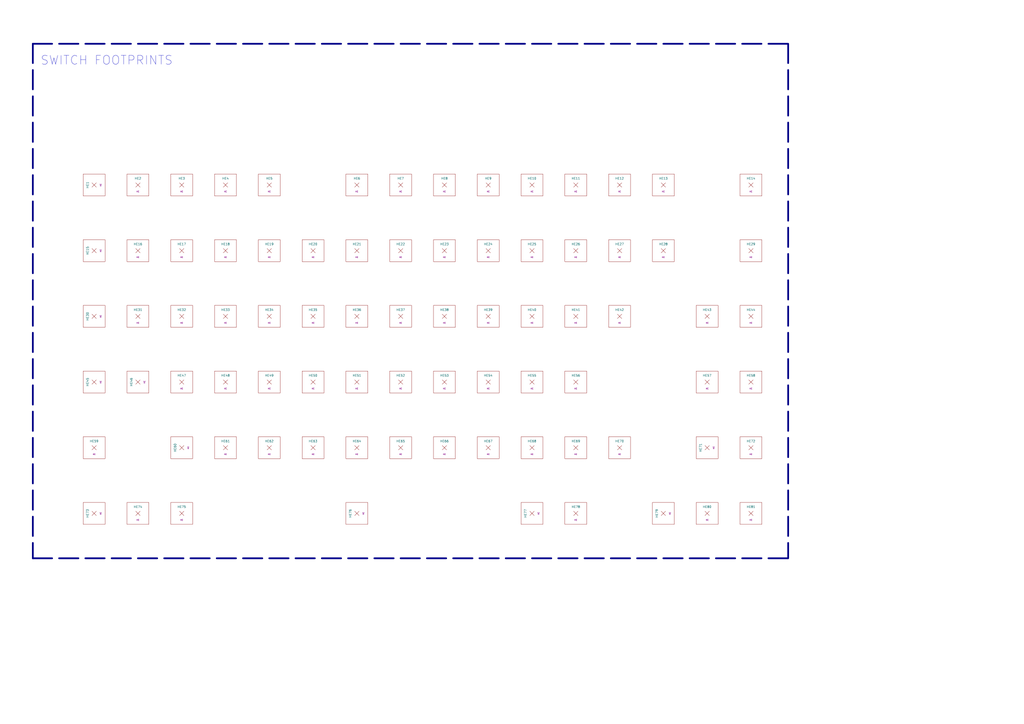
<source format=kicad_sch>
(kicad_sch (version 20231120) (generator "eeschema") (generator_version "8.0")
  (paper "A2")
  (lib_symbols
    (symbol "acheronSymbols:HE_Switch" (pin_names (offset 1.016))
      (property "Reference" "HE" (at 0 3.81 0))
      (property "Keycode" "KC" (at 0 -3.81 0))
      (symbol "HE_Switch_0_1"
        (rectangle (start -6.35 6.35) (end 6.35 -6.35))
        (polyline (pts (xy -1.27 -1.27) (xy 1.27 1.27)))
        (polyline (pts (xy -1.27 1.27) (xy 1.27 -1.27)))
      )
    )
  )
  (bus (pts (xy 19.05 25.4) (xy 19.05 323.85)) (stroke (width 1.016) (type dash)))
  (bus (pts (xy 19.05 323.85) (xy 457.2 323.85)) (stroke (width 1.016) (type dash)))
  (bus (pts (xy 457.2 25.4) (xy 457.2 323.85)) (stroke (width 1.016) (type dash)))
  (bus (pts (xy 19.05 25.4) (xy 457.2 25.4)) (stroke (width 1.016) (type dash)))
  (text "SWITCH FOOTPRINTS" (at 100.33 38.1 0) (effects (font (size 5.08 5.08)) (justify right bottom)))
  (symbol (lib_id "acheronSymbols:HE_Switch") (at 181.61 221.615 0) (unit 1)
    (property "Reference" "HE50" (at 181.61 217.805 0))
    (property "Value" "HE_SWITCH" (effects (hide yes)))
    (property "Footprint" "acheron_MXHE:MX100HE" (effects (hide yes)))
    (property "Description" "Keyboard mechanical switch" (effects (hide yes)))
    (property "Keycode" "KC" (at 181.61 225.425 0) (effects (font (size 0.762 0.762))))
    (property "Specification" "MX-style mechanical keyboard switch hotswap (\"solderless\") socket" (effects (hide yes)))
  )
  (symbol (lib_id "acheronSymbols:HE_Switch") (at 156.21 259.715 0) (unit 1)
    (property "Reference" "HE62" (at 156.21 255.905 0))
    (property "Value" "HE_SWITCH" (effects (hide yes)))
    (property "Footprint" "acheron_MXHE:MX100HE" (effects (hide yes)))
    (property "Description" "Keyboard mechanical switch" (effects (hide yes)))
    (property "Keycode" "KC" (at 156.21 263.525 0) (effects (font (size 0.762 0.762))))
    (property "Specification" "MX-style mechanical keyboard switch hotswap (\"solderless\") socket" (effects (hide yes)))
  )
  (symbol (lib_id "acheronSymbols:HE_Switch") (at 257.81 183.515 0) (unit 1)
    (property "Reference" "HE38" (at 257.81 179.705 0))
    (property "Value" "HE_SWITCH" (effects (hide yes)))
    (property "Footprint" "acheron_MXHE:MX100HE" (effects (hide yes)))
    (property "Description" "Keyboard mechanical switch" (effects (hide yes)))
    (property "Keycode" "KC" (at 257.81 187.325 0) (effects (font (size 0.762 0.762))))
    (property "Specification" "MX-style mechanical keyboard switch hotswap (\"solderless\") socket" (effects (hide yes)))
  )
  (symbol (lib_id "acheronSymbols:HE_Switch") (at 283.21 221.615 0) (unit 1)
    (property "Reference" "HE54" (at 283.21 217.805 0))
    (property "Value" "HE_SWITCH" (effects (hide yes)))
    (property "Footprint" "acheron_MXHE:MX100HE" (effects (hide yes)))
    (property "Description" "Keyboard mechanical switch" (effects (hide yes)))
    (property "Keycode" "KC" (at 283.21 225.425 0) (effects (font (size 0.762 0.762))))
    (property "Specification" "MX-style mechanical keyboard switch hotswap (\"solderless\") socket" (effects (hide yes)))
  )
  (symbol (lib_id "acheronSymbols:HE_Switch") (at 232.41 145.415 0) (unit 1)
    (property "Reference" "HE22" (at 232.41 141.605 0))
    (property "Value" "HE_SWITCH" (effects (hide yes)))
    (property "Footprint" "acheron_MXHE:MX100HE" (effects (hide yes)))
    (property "Description" "Keyboard mechanical switch" (effects (hide yes)))
    (property "Keycode" "KC" (at 232.41 149.225 0) (effects (font (size 0.762 0.762))))
    (property "Specification" "MX-style mechanical keyboard switch hotswap (\"solderless\") socket" (effects (hide yes)))
  )
  (symbol (lib_id "acheronSymbols:HE_Switch") (at 257.81 145.415 0) (unit 1)
    (property "Reference" "HE23" (at 257.81 141.605 0))
    (property "Value" "HE_SWITCH" (effects (hide yes)))
    (property "Footprint" "acheron_MXHE:MX100HE" (effects (hide yes)))
    (property "Description" "Keyboard mechanical switch" (effects (hide yes)))
    (property "Keycode" "KC" (at 257.81 149.225 0) (effects (font (size 0.762 0.762))))
    (property "Specification" "MX-style mechanical keyboard switch hotswap (\"solderless\") socket" (effects (hide yes)))
  )
  (symbol (lib_id "acheronSymbols:HE_Switch") (at 359.41 259.715 0) (unit 1)
    (property "Reference" "HE70" (at 359.41 255.905 0))
    (property "Value" "HE_SWITCH" (effects (hide yes)))
    (property "Footprint" "acheron_MXHE:MX175HE" (effects (hide yes)))
    (property "Description" "Keyboard mechanical switch" (effects (hide yes)))
    (property "Keycode" "KC" (at 359.41 263.525 0) (effects (font (size 0.762 0.762))))
    (property "Specification" "MX-style mechanical keyboard switch hotswap (\"solderless\") socket" (effects (hide yes)))
  )
  (symbol (lib_id "acheronSymbols:HE_Switch") (at 359.41 145.415 0) (unit 1)
    (property "Reference" "HE27" (at 359.41 141.605 0))
    (property "Value" "HE_SWITCH" (effects (hide yes)))
    (property "Footprint" "acheron_MXHE:MX100HE" (effects (hide yes)))
    (property "Description" "Keyboard mechanical switch" (effects (hide yes)))
    (property "Keycode" "KC" (at 359.41 149.225 0) (effects (font (size 0.762 0.762))))
    (property "Specification" "MX-style mechanical keyboard switch hotswap (\"solderless\") socket" (effects (hide yes)))
  )
  (symbol (lib_id "acheronSymbols:HE_Switch") (at 181.61 183.515 0) (unit 1)
    (property "Reference" "HE35" (at 181.61 179.705 0))
    (property "Value" "HE_SWITCH" (effects (hide yes)))
    (property "Footprint" "acheron_MXHE:MX100HE" (effects (hide yes)))
    (property "Description" "Keyboard mechanical switch" (effects (hide yes)))
    (property "Keycode" "KC" (at 181.61 187.325 0) (effects (font (size 0.762 0.762))))
    (property "Specification" "MX-style mechanical keyboard switch hotswap (\"solderless\") socket" (effects (hide yes)))
  )
  (symbol (lib_id "acheronSymbols:HE_Switch") (at 257.81 107.315 0) (unit 1)
    (property "Reference" "HE8" (at 257.81 103.505 0))
    (property "Value" "HE_SWITCH" (effects (hide yes)))
    (property "Footprint" "acheron_MXHE:MX100HE" (effects (hide yes)))
    (property "Description" "Keyboard mechanical switch" (effects (hide yes)))
    (property "Keycode" "KC" (at 257.81 111.125 0) (effects (font (size 0.762 0.762))))
    (property "Specification" "MX-style mechanical keyboard switch hotswap (\"solderless\") socket" (effects (hide yes)))
  )
  (symbol (lib_id "acheronSymbols:HE_Switch") (at 384.81 297.815 90) (mirror x) (unit 1)
    (property "Reference" "HE79" (at 381 297.815 0))
    (property "Value" "HE_SWITCH" (effects (hide yes)))
    (property "Footprint" "acheron_MXHE:MX100HE" (effects (hide yes)))
    (property "Description" "Keyboard mechanical switch" (effects (hide yes)))
    (property "Keycode" "KC" (at 388.62 297.815 0) (effects (font (size 0.762 0.762))))
    (property "Specification" "MX-style mechanical keyboard switch hotswap (\"solderless\") socket" (effects (hide yes)))
  )
  (symbol (lib_id "acheronSymbols:HE_Switch") (at 207.01 183.515 0) (unit 1)
    (property "Reference" "HE36" (at 207.01 179.705 0))
    (property "Value" "HE_SWITCH" (effects (hide yes)))
    (property "Footprint" "acheron_MXHE:MX100HE" (effects (hide yes)))
    (property "Description" "Keyboard mechanical switch" (effects (hide yes)))
    (property "Keycode" "KC" (at 207.01 187.325 0) (effects (font (size 0.762 0.762))))
    (property "Specification" "MX-style mechanical keyboard switch hotswap (\"solderless\") socket" (effects (hide yes)))
  )
  (symbol (lib_id "acheronSymbols:HE_Switch") (at 410.21 259.715 90) (mirror x) (unit 1)
    (property "Reference" "HE71" (at 406.4 259.715 0))
    (property "Value" "HE_SWITCH" (effects (hide yes)))
    (property "Footprint" "acheron_MXHE:MX100HE" (effects (hide yes)))
    (property "Description" "Keyboard mechanical switch" (effects (hide yes)))
    (property "Keycode" "KC" (at 414.02 259.715 0) (effects (font (size 0.762 0.762))))
    (property "Specification" "MX-style mechanical keyboard switch hotswap (\"solderless\") socket" (effects (hide yes)))
  )
  (symbol (lib_id "acheronSymbols:HE_Switch") (at 54.61 259.715 0) (unit 1)
    (property "Reference" "HE59" (at 54.61 255.905 0))
    (property "Value" "HE_SWITCH" (effects (hide yes)))
    (property "Footprint" "acheron_MXHE:MX225HE" (effects (hide yes)))
    (property "Description" "Keyboard mechanical switch" (effects (hide yes)))
    (property "Keycode" "KC" (at 54.61 263.525 0) (effects (font (size 0.762 0.762))))
    (property "Specification" "MX-style mechanical keyboard switch hotswap (\"solderless\") socket" (effects (hide yes)))
  )
  (symbol (lib_id "acheronSymbols:HE_Switch") (at 130.81 259.715 0) (unit 1)
    (property "Reference" "HE61" (at 130.81 255.905 0))
    (property "Value" "HE_SWITCH" (effects (hide yes)))
    (property "Footprint" "acheron_MXHE:MX100HE" (effects (hide yes)))
    (property "Description" "Keyboard mechanical switch" (effects (hide yes)))
    (property "Keycode" "KC" (at 130.81 263.525 0) (effects (font (size 0.762 0.762))))
    (property "Specification" "MX-style mechanical keyboard switch hotswap (\"solderless\") socket" (effects (hide yes)))
  )
  (symbol (lib_id "acheronSymbols:HE_Switch") (at 308.61 183.515 0) (unit 1)
    (property "Reference" "HE40" (at 308.61 179.705 0))
    (property "Value" "HE_SWITCH" (effects (hide yes)))
    (property "Footprint" "acheron_MXHE:MX100HE" (effects (hide yes)))
    (property "Description" "Keyboard mechanical switch" (effects (hide yes)))
    (property "Keycode" "KC" (at 308.61 187.325 0) (effects (font (size 0.762 0.762))))
    (property "Specification" "MX-style mechanical keyboard switch hotswap (\"solderless\") socket" (effects (hide yes)))
  )
  (symbol (lib_id "acheronSymbols:HE_Switch") (at 80.01 221.615 90) (mirror x) (unit 1)
    (property "Reference" "HE46" (at 76.2 221.615 0))
    (property "Value" "HE_SWITCH" (effects (hide yes)))
    (property "Footprint" "acheron_MXHE:MX100HE" (effects (hide yes)))
    (property "Description" "Keyboard mechanical switch" (effects (hide yes)))
    (property "Keycode" "KC" (at 83.82 221.615 0) (effects (font (size 0.762 0.762))))
    (property "Specification" "MX-style mechanical keyboard switch hotswap (\"solderless\") socket" (effects (hide yes)))
  )
  (symbol (lib_id "acheronSymbols:HE_Switch") (at 181.61 259.715 0) (unit 1)
    (property "Reference" "HE63" (at 181.61 255.905 0))
    (property "Value" "HE_SWITCH" (effects (hide yes)))
    (property "Footprint" "acheron_MXHE:MX100HE" (effects (hide yes)))
    (property "Description" "Keyboard mechanical switch" (effects (hide yes)))
    (property "Keycode" "KC" (at 181.61 263.525 0) (effects (font (size 0.762 0.762))))
    (property "Specification" "MX-style mechanical keyboard switch hotswap (\"solderless\") socket" (effects (hide yes)))
  )
  (symbol (lib_id "acheronSymbols:HE_Switch") (at 156.21 183.515 0) (unit 1)
    (property "Reference" "HE34" (at 156.21 179.705 0))
    (property "Value" "HE_SWITCH" (effects (hide yes)))
    (property "Footprint" "acheron_MXHE:MX100HE" (effects (hide yes)))
    (property "Description" "Keyboard mechanical switch" (effects (hide yes)))
    (property "Keycode" "KC" (at 156.21 187.325 0) (effects (font (size 0.762 0.762))))
    (property "Specification" "MX-style mechanical keyboard switch hotswap (\"solderless\") socket" (effects (hide yes)))
  )
  (symbol (lib_id "acheronSymbols:HE_Switch") (at 308.61 145.415 0) (unit 1)
    (property "Reference" "HE25" (at 308.61 141.605 0))
    (property "Value" "HE_SWITCH" (effects (hide yes)))
    (property "Footprint" "acheron_MXHE:MX100HE" (effects (hide yes)))
    (property "Description" "Keyboard mechanical switch" (effects (hide yes)))
    (property "Keycode" "KC" (at 308.61 149.225 0) (effects (font (size 0.762 0.762))))
    (property "Specification" "MX-style mechanical keyboard switch hotswap (\"solderless\") socket" (effects (hide yes)))
  )
  (symbol (lib_id "acheronSymbols:HE_Switch") (at 207.01 297.815 90) (mirror x) (unit 1)
    (property "Reference" "HE76" (at 203.2 297.815 0))
    (property "Value" "HE_SWITCH" (effects (hide yes)))
    (property "Footprint" "acheron_MXHE:MX625HE" (effects (hide yes)))
    (property "Description" "Keyboard mechanical switch" (effects (hide yes)))
    (property "Keycode" "KC" (at 210.82 297.815 0) (effects (font (size 0.762 0.762))))
    (property "Specification" "MX-style mechanical keyboard switch hotswap (\"solderless\") socket" (effects (hide yes)))
  )
  (symbol (lib_id "acheronSymbols:HE_Switch") (at 359.41 107.315 0) (unit 1)
    (property "Reference" "HE12" (at 359.41 103.505 0))
    (property "Value" "HE_SWITCH" (effects (hide yes)))
    (property "Footprint" "acheron_MXHE:MX100HE" (effects (hide yes)))
    (property "Description" "Keyboard mechanical switch" (effects (hide yes)))
    (property "Keycode" "KC" (at 359.41 111.125 0) (effects (font (size 0.762 0.762))))
    (property "Specification" "MX-style mechanical keyboard switch hotswap (\"solderless\") socket" (effects (hide yes)))
  )
  (symbol (lib_id "acheronSymbols:HE_Switch") (at 130.81 145.415 0) (unit 1)
    (property "Reference" "HE18" (at 130.81 141.605 0))
    (property "Value" "HE_SWITCH" (effects (hide yes)))
    (property "Footprint" "acheron_MXHE:MX100HE" (effects (hide yes)))
    (property "Description" "Keyboard mechanical switch" (effects (hide yes)))
    (property "Keycode" "KC" (at 130.81 149.225 0) (effects (font (size 0.762 0.762))))
    (property "Specification" "MX-style mechanical keyboard switch hotswap (\"solderless\") socket" (effects (hide yes)))
  )
  (symbol (lib_id "acheronSymbols:HE_Switch") (at 435.61 297.815 0) (unit 1)
    (property "Reference" "HE81" (at 435.61 294.005 0))
    (property "Value" "HE_SWITCH" (effects (hide yes)))
    (property "Footprint" "acheron_MXHE:MX100HE" (effects (hide yes)))
    (property "Description" "Keyboard mechanical switch" (effects (hide yes)))
    (property "Keycode" "KC" (at 435.61 301.625 0) (effects (font (size 0.762 0.762))))
    (property "Specification" "MX-style mechanical keyboard switch hotswap (\"solderless\") socket" (effects (hide yes)))
  )
  (symbol (lib_id "acheronSymbols:HE_Switch") (at 232.41 107.315 0) (unit 1)
    (property "Reference" "HE7" (at 232.41 103.505 0))
    (property "Value" "HE_SWITCH" (effects (hide yes)))
    (property "Footprint" "acheron_MXHE:MX100HE" (effects (hide yes)))
    (property "Description" "Keyboard mechanical switch" (effects (hide yes)))
    (property "Keycode" "KC" (at 232.41 111.125 0) (effects (font (size 0.762 0.762))))
    (property "Specification" "MX-style mechanical keyboard switch hotswap (\"solderless\") socket" (effects (hide yes)))
  )
  (symbol (lib_id "acheronSymbols:HE_Switch") (at 334.01 107.315 0) (unit 1)
    (property "Reference" "HE11" (at 334.01 103.505 0))
    (property "Value" "HE_SWITCH" (effects (hide yes)))
    (property "Footprint" "acheron_MXHE:MX100HE" (effects (hide yes)))
    (property "Description" "Keyboard mechanical switch" (effects (hide yes)))
    (property "Keycode" "KC" (at 334.01 111.125 0) (effects (font (size 0.762 0.762))))
    (property "Specification" "MX-style mechanical keyboard switch hotswap (\"solderless\") socket" (effects (hide yes)))
  )
  (symbol (lib_id "acheronSymbols:HE_Switch") (at 359.41 183.515 0) (unit 1)
    (property "Reference" "HE42" (at 359.41 179.705 0))
    (property "Value" "HE_SWITCH" (effects (hide yes)))
    (property "Footprint" "acheron_MXHE:MX100HE" (effects (hide yes)))
    (property "Description" "Keyboard mechanical switch" (effects (hide yes)))
    (property "Keycode" "KC" (at 359.41 187.325 0) (effects (font (size 0.762 0.762))))
    (property "Specification" "MX-style mechanical keyboard switch hotswap (\"solderless\") socket" (effects (hide yes)))
  )
  (symbol (lib_id "acheronSymbols:HE_Switch") (at 435.61 221.615 0) (unit 1)
    (property "Reference" "HE58" (at 435.61 217.805 0))
    (property "Value" "HE_SWITCH" (effects (hide yes)))
    (property "Footprint" "acheron_MXHE:MX100HE" (effects (hide yes)))
    (property "Description" "Keyboard mechanical switch" (effects (hide yes)))
    (property "Keycode" "KC" (at 435.61 225.425 0) (effects (font (size 0.762 0.762))))
    (property "Specification" "MX-style mechanical keyboard switch hotswap (\"solderless\") socket" (effects (hide yes)))
  )
  (symbol (lib_id "acheronSymbols:HE_Switch") (at 334.01 259.715 0) (unit 1)
    (property "Reference" "HE69" (at 334.01 255.905 0))
    (property "Value" "HE_SWITCH" (effects (hide yes)))
    (property "Footprint" "acheron_MXHE:MX100HE" (effects (hide yes)))
    (property "Description" "Keyboard mechanical switch" (effects (hide yes)))
    (property "Keycode" "KC" (at 334.01 263.525 0) (effects (font (size 0.762 0.762))))
    (property "Specification" "MX-style mechanical keyboard switch hotswap (\"solderless\") socket" (effects (hide yes)))
  )
  (symbol (lib_id "acheronSymbols:HE_Switch") (at 232.41 259.715 0) (unit 1)
    (property "Reference" "HE65" (at 232.41 255.905 0))
    (property "Value" "HE_SWITCH" (effects (hide yes)))
    (property "Footprint" "acheron_MXHE:MX100HE" (effects (hide yes)))
    (property "Description" "Keyboard mechanical switch" (effects (hide yes)))
    (property "Keycode" "KC" (at 232.41 263.525 0) (effects (font (size 0.762 0.762))))
    (property "Specification" "MX-style mechanical keyboard switch hotswap (\"solderless\") socket" (effects (hide yes)))
  )
  (symbol (lib_id "acheronSymbols:HE_Switch") (at 257.81 221.615 0) (unit 1)
    (property "Reference" "HE53" (at 257.81 217.805 0))
    (property "Value" "HE_SWITCH" (effects (hide yes)))
    (property "Footprint" "acheron_MXHE:MX100HE" (effects (hide yes)))
    (property "Description" "Keyboard mechanical switch" (effects (hide yes)))
    (property "Keycode" "KC" (at 257.81 225.425 0) (effects (font (size 0.762 0.762))))
    (property "Specification" "MX-style mechanical keyboard switch hotswap (\"solderless\") socket" (effects (hide yes)))
  )
  (symbol (lib_id "acheronSymbols:HE_Switch") (at 80.01 107.315 0) (unit 1)
    (property "Reference" "HE2" (at 80.01 103.505 0))
    (property "Value" "HE_SWITCH" (effects (hide yes)))
    (property "Footprint" "acheron_MXHE:MX100HE" (effects (hide yes)))
    (property "Description" "Keyboard mechanical switch" (effects (hide yes)))
    (property "Keycode" "KC" (at 80.01 111.125 0) (effects (font (size 0.762 0.762))))
    (property "Specification" "MX-style mechanical keyboard switch hotswap (\"solderless\") socket" (effects (hide yes)))
  )
  (symbol (lib_id "acheronSymbols:HE_Switch") (at 80.01 297.815 0) (unit 1)
    (property "Reference" "HE74" (at 80.01 294.005 0))
    (property "Value" "HE_SWITCH" (effects (hide yes)))
    (property "Footprint" "acheron_MXHE:MX125HE" (effects (hide yes)))
    (property "Description" "Keyboard mechanical switch" (effects (hide yes)))
    (property "Keycode" "KC" (at 80.01 301.625 0) (effects (font (size 0.762 0.762))))
    (property "Specification" "MX-style mechanical keyboard switch hotswap (\"solderless\") socket" (effects (hide yes)))
  )
  (symbol (lib_id "acheronSymbols:HE_Switch") (at 181.61 145.415 0) (unit 1)
    (property "Reference" "HE20" (at 181.61 141.605 0))
    (property "Value" "HE_SWITCH" (effects (hide yes)))
    (property "Footprint" "acheron_MXHE:MX100HE" (effects (hide yes)))
    (property "Description" "Keyboard mechanical switch" (effects (hide yes)))
    (property "Keycode" "KC" (at 181.61 149.225 0) (effects (font (size 0.762 0.762))))
    (property "Specification" "MX-style mechanical keyboard switch hotswap (\"solderless\") socket" (effects (hide yes)))
  )
  (symbol (lib_id "acheronSymbols:HE_Switch") (at 308.61 107.315 0) (unit 1)
    (property "Reference" "HE10" (at 308.61 103.505 0))
    (property "Value" "HE_SWITCH" (effects (hide yes)))
    (property "Footprint" "acheron_MXHE:MX100HE" (effects (hide yes)))
    (property "Description" "Keyboard mechanical switch" (effects (hide yes)))
    (property "Keycode" "KC" (at 308.61 111.125 0) (effects (font (size 0.762 0.762))))
    (property "Specification" "MX-style mechanical keyboard switch hotswap (\"solderless\") socket" (effects (hide yes)))
  )
  (symbol (lib_id "acheronSymbols:HE_Switch") (at 410.21 297.815 0) (unit 1)
    (property "Reference" "HE80" (at 410.21 294.005 0))
    (property "Value" "HE_SWITCH" (effects (hide yes)))
    (property "Footprint" "acheron_MXHE:MX100HE" (effects (hide yes)))
    (property "Description" "Keyboard mechanical switch" (effects (hide yes)))
    (property "Keycode" "KC" (at 410.21 301.625 0) (effects (font (size 0.762 0.762))))
    (property "Specification" "MX-style mechanical keyboard switch hotswap (\"solderless\") socket" (effects (hide yes)))
  )
  (symbol (lib_id "acheronSymbols:HE_Switch") (at 105.41 107.315 0) (unit 1)
    (property "Reference" "HE3" (at 105.41 103.505 0))
    (property "Value" "HE_SWITCH" (effects (hide yes)))
    (property "Footprint" "acheron_MXHE:MX100HE" (effects (hide yes)))
    (property "Description" "Keyboard mechanical switch" (effects (hide yes)))
    (property "Keycode" "KC" (at 105.41 111.125 0) (effects (font (size 0.762 0.762))))
    (property "Specification" "MX-style mechanical keyboard switch hotswap (\"solderless\") socket" (effects (hide yes)))
  )
  (symbol (lib_id "acheronSymbols:HE_Switch") (at 207.01 145.415 0) (unit 1)
    (property "Reference" "HE21" (at 207.01 141.605 0))
    (property "Value" "HE_SWITCH" (effects (hide yes)))
    (property "Footprint" "acheron_MXHE:MX100HE" (effects (hide yes)))
    (property "Description" "Keyboard mechanical switch" (effects (hide yes)))
    (property "Keycode" "KC" (at 207.01 149.225 0) (effects (font (size 0.762 0.762))))
    (property "Specification" "MX-style mechanical keyboard switch hotswap (\"solderless\") socket" (effects (hide yes)))
  )
  (symbol (lib_id "acheronSymbols:HE_Switch") (at 232.41 221.615 0) (unit 1)
    (property "Reference" "HE52" (at 232.41 217.805 0))
    (property "Value" "HE_SWITCH" (effects (hide yes)))
    (property "Footprint" "acheron_MXHE:MX100HE" (effects (hide yes)))
    (property "Description" "Keyboard mechanical switch" (effects (hide yes)))
    (property "Keycode" "KC" (at 232.41 225.425 0) (effects (font (size 0.762 0.762))))
    (property "Specification" "MX-style mechanical keyboard switch hotswap (\"solderless\") socket" (effects (hide yes)))
  )
  (symbol (lib_id "acheronSymbols:HE_Switch") (at 105.41 145.415 0) (unit 1)
    (property "Reference" "HE17" (at 105.41 141.605 0))
    (property "Value" "HE_SWITCH" (effects (hide yes)))
    (property "Footprint" "acheron_MXHE:MX100HE" (effects (hide yes)))
    (property "Description" "Keyboard mechanical switch" (effects (hide yes)))
    (property "Keycode" "KC" (at 105.41 149.225 0) (effects (font (size 0.762 0.762))))
    (property "Specification" "MX-style mechanical keyboard switch hotswap (\"solderless\") socket" (effects (hide yes)))
  )
  (symbol (lib_id "acheronSymbols:HE_Switch") (at 308.61 297.815 90) (mirror x) (unit 1)
    (property "Reference" "HE77" (at 304.8 297.815 0))
    (property "Value" "HE_SWITCH" (effects (hide yes)))
    (property "Footprint" "acheron_MXHE:MX125HE" (effects (hide yes)))
    (property "Description" "Keyboard mechanical switch" (effects (hide yes)))
    (property "Keycode" "KC" (at 312.42 297.815 0) (effects (font (size 0.762 0.762))))
    (property "Specification" "MX-style mechanical keyboard switch hotswap (\"solderless\") socket" (effects (hide yes)))
  )
  (symbol (lib_id "acheronSymbols:HE_Switch") (at 156.21 145.415 0) (unit 1)
    (property "Reference" "HE19" (at 156.21 141.605 0))
    (property "Value" "HE_SWITCH" (effects (hide yes)))
    (property "Footprint" "acheron_MXHE:MX100HE" (effects (hide yes)))
    (property "Description" "Keyboard mechanical switch" (effects (hide yes)))
    (property "Keycode" "KC" (at 156.21 149.225 0) (effects (font (size 0.762 0.762))))
    (property "Specification" "MX-style mechanical keyboard switch hotswap (\"solderless\") socket" (effects (hide yes)))
  )
  (symbol (lib_id "acheronSymbols:HE_Switch") (at 334.01 145.415 0) (unit 1)
    (property "Reference" "HE26" (at 334.01 141.605 0))
    (property "Value" "HE_SWITCH" (effects (hide yes)))
    (property "Footprint" "acheron_MXHE:MX100HE" (effects (hide yes)))
    (property "Description" "Keyboard mechanical switch" (effects (hide yes)))
    (property "Keycode" "KC" (at 334.01 149.225 0) (effects (font (size 0.762 0.762))))
    (property "Specification" "MX-style mechanical keyboard switch hotswap (\"solderless\") socket" (effects (hide yes)))
  )
  (symbol (lib_id "acheronSymbols:HE_Switch") (at 156.21 221.615 0) (unit 1)
    (property "Reference" "HE49" (at 156.21 217.805 0))
    (property "Value" "HE_SWITCH" (effects (hide yes)))
    (property "Footprint" "acheron_MXHE:MX100HE" (effects (hide yes)))
    (property "Description" "Keyboard mechanical switch" (effects (hide yes)))
    (property "Keycode" "KC" (at 156.21 225.425 0) (effects (font (size 0.762 0.762))))
    (property "Specification" "MX-style mechanical keyboard switch hotswap (\"solderless\") socket" (effects (hide yes)))
  )
  (symbol (lib_id "acheronSymbols:HE_Switch") (at 54.61 221.615 90) (mirror x) (unit 1)
    (property "Reference" "HE45" (at 50.8 221.615 0))
    (property "Value" "HE_SWITCH" (effects (hide yes)))
    (property "Footprint" "acheron_MXHE:MX175HE" (effects (hide yes)))
    (property "Description" "Keyboard mechanical switch" (effects (hide yes)))
    (property "Keycode" "KC" (at 58.42 221.615 0) (effects (font (size 0.762 0.762))))
    (property "Specification" "MX-style mechanical keyboard switch hotswap (\"solderless\") socket" (effects (hide yes)))
  )
  (symbol (lib_id "acheronSymbols:HE_Switch") (at 54.61 297.815 90) (mirror x) (unit 1)
    (property "Reference" "HE73" (at 50.8 297.815 0))
    (property "Value" "HE_SWITCH" (effects (hide yes)))
    (property "Footprint" "acheron_MXHE:MX125HE" (effects (hide yes)))
    (property "Description" "Keyboard mechanical switch" (effects (hide yes)))
    (property "Keycode" "KC" (at 58.42 297.815 0) (effects (font (size 0.762 0.762))))
    (property "Specification" "MX-style mechanical keyboard switch hotswap (\"solderless\") socket" (effects (hide yes)))
  )
  (symbol (lib_id "acheronSymbols:HE_Switch") (at 283.21 107.315 0) (unit 1)
    (property "Reference" "HE9" (at 283.21 103.505 0))
    (property "Value" "HE_SWITCH" (effects (hide yes)))
    (property "Footprint" "acheron_MXHE:MX100HE" (effects (hide yes)))
    (property "Description" "Keyboard mechanical switch" (effects (hide yes)))
    (property "Keycode" "KC" (at 283.21 111.125 0) (effects (font (size 0.762 0.762))))
    (property "Specification" "MX-style mechanical keyboard switch hotswap (\"solderless\") socket" (effects (hide yes)))
  )
  (symbol (lib_id "acheronSymbols:HE_Switch") (at 54.61 145.415 90) (mirror x) (unit 1)
    (property "Reference" "HE15" (at 50.8 145.415 0))
    (property "Value" "HE_SWITCH" (effects (hide yes)))
    (property "Footprint" "acheron_MXHE:MX100HE" (effects (hide yes)))
    (property "Description" "Keyboard mechanical switch" (effects (hide yes)))
    (property "Keycode" "KC" (at 58.42 145.415 0) (effects (font (size 0.762 0.762))))
    (property "Specification" "MX-style mechanical keyboard switch hotswap (\"solderless\") socket" (effects (hide yes)))
  )
  (symbol (lib_id "acheronSymbols:HE_Switch") (at 308.61 221.615 0) (unit 1)
    (property "Reference" "HE55" (at 308.61 217.805 0))
    (property "Value" "HE_SWITCH" (effects (hide yes)))
    (property "Footprint" "acheron_MXHE:MX100HE" (effects (hide yes)))
    (property "Description" "Keyboard mechanical switch" (effects (hide yes)))
    (property "Keycode" "KC" (at 308.61 225.425 0) (effects (font (size 0.762 0.762))))
    (property "Specification" "MX-style mechanical keyboard switch hotswap (\"solderless\") socket" (effects (hide yes)))
  )
  (symbol (lib_id "acheronSymbols:HE_Switch") (at 283.21 259.715 0) (unit 1)
    (property "Reference" "HE67" (at 283.21 255.905 0))
    (property "Value" "HE_SWITCH" (effects (hide yes)))
    (property "Footprint" "acheron_MXHE:MX100HE" (effects (hide yes)))
    (property "Description" "Keyboard mechanical switch" (effects (hide yes)))
    (property "Keycode" "KC" (at 283.21 263.525 0) (effects (font (size 0.762 0.762))))
    (property "Specification" "MX-style mechanical keyboard switch hotswap (\"solderless\") socket" (effects (hide yes)))
  )
  (symbol (lib_id "acheronSymbols:HE_Switch") (at 54.61 107.315 90) (mirror x) (unit 1)
    (property "Reference" "HE1" (at 50.8 107.315 0))
    (property "Value" "HE_SWITCH" (effects (hide yes)))
    (property "Footprint" "acheron_MXHE:MX100HE" (effects (hide yes)))
    (property "Description" "Keyboard mechanical switch" (effects (hide yes)))
    (property "Keycode" "KC" (at 58.42 107.315 0) (effects (font (size 0.762 0.762))))
    (property "Specification" "MX-style mechanical keyboard switch hotswap (\"solderless\") socket" (effects (hide yes)))
  )
  (symbol (lib_id "acheronSymbols:HE_Switch") (at 105.41 259.715 90) (mirror x) (unit 1)
    (property "Reference" "HE60" (at 101.6 259.715 0))
    (property "Value" "HE_SWITCH" (effects (hide yes)))
    (property "Footprint" "acheron_MXHE:MX100HE" (effects (hide yes)))
    (property "Description" "Keyboard mechanical switch" (effects (hide yes)))
    (property "Keycode" "KC" (at 109.22 259.715 0) (effects (font (size 0.762 0.762))))
    (property "Specification" "MX-style mechanical keyboard switch hotswap (\"solderless\") socket" (effects (hide yes)))
  )
  (symbol (lib_id "acheronSymbols:HE_Switch") (at 257.81 259.715 0) (unit 1)
    (property "Reference" "HE66" (at 257.81 255.905 0))
    (property "Value" "HE_SWITCH" (effects (hide yes)))
    (property "Footprint" "acheron_MXHE:MX100HE" (effects (hide yes)))
    (property "Description" "Keyboard mechanical switch" (effects (hide yes)))
    (property "Keycode" "KC" (at 257.81 263.525 0) (effects (font (size 0.762 0.762))))
    (property "Specification" "MX-style mechanical keyboard switch hotswap (\"solderless\") socket" (effects (hide yes)))
  )
  (symbol (lib_id "acheronSymbols:HE_Switch") (at 435.61 183.515 0) (unit 1)
    (property "Reference" "HE44" (at 435.61 179.705 0))
    (property "Value" "HE_SWITCH" (effects (hide yes)))
    (property "Footprint" "acheron_MXHE:MX100HE" (effects (hide yes)))
    (property "Description" "Keyboard mechanical switch" (effects (hide yes)))
    (property "Keycode" "KC" (at 435.61 187.325 0) (effects (font (size 0.762 0.762))))
    (property "Specification" "MX-style mechanical keyboard switch hotswap (\"solderless\") socket" (effects (hide yes)))
  )
  (symbol (lib_id "acheronSymbols:HE_Switch") (at 207.01 259.715 0) (unit 1)
    (property "Reference" "HE64" (at 207.01 255.905 0))
    (property "Value" "HE_SWITCH" (effects (hide yes)))
    (property "Footprint" "acheron_MXHE:MX100HE" (effects (hide yes)))
    (property "Description" "Keyboard mechanical switch" (effects (hide yes)))
    (property "Keycode" "KC" (at 207.01 263.525 0) (effects (font (size 0.762 0.762))))
    (property "Specification" "MX-style mechanical keyboard switch hotswap (\"solderless\") socket" (effects (hide yes)))
  )
  (symbol (lib_id "acheronSymbols:HE_Switch") (at 410.21 183.515 0) (unit 1)
    (property "Reference" "HE43" (at 410.21 179.705 0))
    (property "Value" "HE_SWITCH" (effects (hide yes)))
    (property "Footprint" "acheron_MXHE:MX150HE" (effects (hide yes)))
    (property "Description" "Keyboard mechanical switch" (effects (hide yes)))
    (property "Keycode" "KC" (at 410.21 187.325 0) (effects (font (size 0.762 0.762))))
    (property "Specification" "MX-style mechanical keyboard switch hotswap (\"solderless\") socket" (effects (hide yes)))
  )
  (symbol (lib_id "acheronSymbols:HE_Switch") (at 130.81 221.615 0) (unit 1)
    (property "Reference" "HE48" (at 130.81 217.805 0))
    (property "Value" "HE_SWITCH" (effects (hide yes)))
    (property "Footprint" "acheron_MXHE:MX100HE" (effects (hide yes)))
    (property "Description" "Keyboard mechanical switch" (effects (hide yes)))
    (property "Keycode" "KC" (at 130.81 225.425 0) (effects (font (size 0.762 0.762))))
    (property "Specification" "MX-style mechanical keyboard switch hotswap (\"solderless\") socket" (effects (hide yes)))
  )
  (symbol (lib_id "acheronSymbols:HE_Switch") (at 334.01 221.615 0) (unit 1)
    (property "Reference" "HE56" (at 334.01 217.805 0))
    (property "Value" "HE_SWITCH" (effects (hide yes)))
    (property "Footprint" "acheron_MXHE:MX100HE" (effects (hide yes)))
    (property "Description" "Keyboard mechanical switch" (effects (hide yes)))
    (property "Keycode" "KC" (at 334.01 225.425 0) (effects (font (size 0.762 0.762))))
    (property "Specification" "MX-style mechanical keyboard switch hotswap (\"solderless\") socket" (effects (hide yes)))
  )
  (symbol (lib_id "acheronSymbols:HE_Switch") (at 105.41 183.515 0) (unit 1)
    (property "Reference" "HE32" (at 105.41 179.705 0))
    (property "Value" "HE_SWITCH" (effects (hide yes)))
    (property "Footprint" "acheron_MXHE:MX100HE" (effects (hide yes)))
    (property "Description" "Keyboard mechanical switch" (effects (hide yes)))
    (property "Keycode" "KC" (at 105.41 187.325 0) (effects (font (size 0.762 0.762))))
    (property "Specification" "MX-style mechanical keyboard switch hotswap (\"solderless\") socket" (effects (hide yes)))
  )
  (symbol (lib_id "acheronSymbols:HE_Switch") (at 384.81 145.415 0) (unit 1)
    (property "Reference" "HE28" (at 384.81 141.605 0))
    (property "Value" "HE_SWITCH" (effects (hide yes)))
    (property "Footprint" "acheron_MXHE:MX200HE" (effects (hide yes)))
    (property "Description" "Keyboard mechanical switch" (effects (hide yes)))
    (property "Keycode" "KC" (at 384.81 149.225 0) (effects (font (size 0.762 0.762))))
    (property "Specification" "MX-style mechanical keyboard switch hotswap (\"solderless\") socket" (effects (hide yes)))
  )
  (symbol (lib_id "acheronSymbols:HE_Switch") (at 283.21 145.415 0) (unit 1)
    (property "Reference" "HE24" (at 283.21 141.605 0))
    (property "Value" "HE_SWITCH" (effects (hide yes)))
    (property "Footprint" "acheron_MXHE:MX100HE" (effects (hide yes)))
    (property "Description" "Keyboard mechanical switch" (effects (hide yes)))
    (property "Keycode" "KC" (at 283.21 149.225 0) (effects (font (size 0.762 0.762))))
    (property "Specification" "MX-style mechanical keyboard switch hotswap (\"solderless\") socket" (effects (hide yes)))
  )
  (symbol (lib_id "acheronSymbols:HE_Switch") (at 334.01 183.515 0) (unit 1)
    (property "Reference" "HE41" (at 334.01 179.705 0))
    (property "Value" "HE_SWITCH" (effects (hide yes)))
    (property "Footprint" "acheron_MXHE:MX100HE" (effects (hide yes)))
    (property "Description" "Keyboard mechanical switch" (effects (hide yes)))
    (property "Keycode" "KC" (at 334.01 187.325 0) (effects (font (size 0.762 0.762))))
    (property "Specification" "MX-style mechanical keyboard switch hotswap (\"solderless\") socket" (effects (hide yes)))
  )
  (symbol (lib_id "acheronSymbols:HE_Switch") (at 130.81 107.315 0) (unit 1)
    (property "Reference" "HE4" (at 130.81 103.505 0))
    (property "Value" "HE_SWITCH" (effects (hide yes)))
    (property "Footprint" "acheron_MXHE:MX100HE" (effects (hide yes)))
    (property "Description" "Keyboard mechanical switch" (effects (hide yes)))
    (property "Keycode" "KC" (at 130.81 111.125 0) (effects (font (size 0.762 0.762))))
    (property "Specification" "MX-style mechanical keyboard switch hotswap (\"solderless\") socket" (effects (hide yes)))
  )
  (symbol (lib_id "acheronSymbols:HE_Switch") (at 308.61 259.715 0) (unit 1)
    (property "Reference" "HE68" (at 308.61 255.905 0))
    (property "Value" "HE_SWITCH" (effects (hide yes)))
    (property "Footprint" "acheron_MXHE:MX100HE" (effects (hide yes)))
    (property "Description" "Keyboard mechanical switch" (effects (hide yes)))
    (property "Keycode" "KC" (at 308.61 263.525 0) (effects (font (size 0.762 0.762))))
    (property "Specification" "MX-style mechanical keyboard switch hotswap (\"solderless\") socket" (effects (hide yes)))
  )
  (symbol (lib_id "acheronSymbols:HE_Switch") (at 105.41 221.615 0) (unit 1)
    (property "Reference" "HE47" (at 105.41 217.805 0))
    (property "Value" "HE_SWITCH" (effects (hide yes)))
    (property "Footprint" "acheron_MXHE:MX100HE" (effects (hide yes)))
    (property "Description" "Keyboard mechanical switch" (effects (hide yes)))
    (property "Keycode" "KC" (at 105.41 225.425 0) (effects (font (size 0.762 0.762))))
    (property "Specification" "MX-style mechanical keyboard switch hotswap (\"solderless\") socket" (effects (hide yes)))
  )
  (symbol (lib_id "acheronSymbols:HE_Switch") (at 384.81 107.315 0) (unit 1)
    (property "Reference" "HE13" (at 384.81 103.505 0))
    (property "Value" "HE_SWITCH" (effects (hide yes)))
    (property "Footprint" "acheron_MXHE:MX100HE" (effects (hide yes)))
    (property "Description" "Keyboard mechanical switch" (effects (hide yes)))
    (property "Keycode" "KC" (at 384.81 111.125 0) (effects (font (size 0.762 0.762))))
    (property "Specification" "MX-style mechanical keyboard switch hotswap (\"solderless\") socket" (effects (hide yes)))
  )
  (symbol (lib_id "acheronSymbols:HE_Switch") (at 80.01 145.415 0) (unit 1)
    (property "Reference" "HE16" (at 80.01 141.605 0))
    (property "Value" "HE_SWITCH" (effects (hide yes)))
    (property "Footprint" "acheron_MXHE:MX100HE" (effects (hide yes)))
    (property "Description" "Keyboard mechanical switch" (effects (hide yes)))
    (property "Keycode" "KC" (at 80.01 149.225 0) (effects (font (size 0.762 0.762))))
    (property "Specification" "MX-style mechanical keyboard switch hotswap (\"solderless\") socket" (effects (hide yes)))
  )
  (symbol (lib_id "acheronSymbols:HE_Switch") (at 207.01 107.315 0) (unit 1)
    (property "Reference" "HE6" (at 207.01 103.505 0))
    (property "Value" "HE_SWITCH" (effects (hide yes)))
    (property "Footprint" "acheron_MXHE:MX100HE" (effects (hide yes)))
    (property "Description" "Keyboard mechanical switch" (effects (hide yes)))
    (property "Keycode" "KC" (at 207.01 111.125 0) (effects (font (size 0.762 0.762))))
    (property "Specification" "MX-style mechanical keyboard switch hotswap (\"solderless\") socket" (effects (hide yes)))
  )
  (symbol (lib_id "acheronSymbols:HE_Switch") (at 334.01 297.815 0) (unit 1)
    (property "Reference" "HE78" (at 334.01 294.005 0))
    (property "Value" "HE_SWITCH" (effects (hide yes)))
    (property "Footprint" "acheron_MXHE:MX125HE" (effects (hide yes)))
    (property "Description" "Keyboard mechanical switch" (effects (hide yes)))
    (property "Keycode" "KC" (at 334.01 301.625 0) (effects (font (size 0.762 0.762))))
    (property "Specification" "MX-style mechanical keyboard switch hotswap (\"solderless\") socket" (effects (hide yes)))
  )
  (symbol (lib_id "acheronSymbols:HE_Switch") (at 232.41 183.515 0) (unit 1)
    (property "Reference" "HE37" (at 232.41 179.705 0))
    (property "Value" "HE_SWITCH" (effects (hide yes)))
    (property "Footprint" "acheron_MXHE:MX100HE" (effects (hide yes)))
    (property "Description" "Keyboard mechanical switch" (effects (hide yes)))
    (property "Keycode" "KC" (at 232.41 187.325 0) (effects (font (size 0.762 0.762))))
    (property "Specification" "MX-style mechanical keyboard switch hotswap (\"solderless\") socket" (effects (hide yes)))
  )
  (symbol (lib_id "acheronSymbols:HE_Switch") (at 410.21 221.615 0) (unit 1)
    (property "Reference" "HE57" (at 410.21 217.805 0))
    (property "Value" "HE_SWITCH" (effects (hide yes)))
    (property "Footprint" "acheron_MXHE:MX225HER" (effects (hide yes)))
    (property "Description" "Keyboard mechanical switch" (effects (hide yes)))
    (property "Keycode" "KC" (at 410.21 225.425 0) (effects (font (size 0.762 0.762))))
    (property "Specification" "MX-style mechanical keyboard switch hotswap (\"solderless\") socket" (effects (hide yes)))
  )
  (symbol (lib_id "acheronSymbols:HE_Switch") (at 105.41 297.815 0) (unit 1)
    (property "Reference" "HE75" (at 105.41 294.005 0))
    (property "Value" "HE_SWITCH" (effects (hide yes)))
    (property "Footprint" "acheron_MXHE:MX125HE" (effects (hide yes)))
    (property "Description" "Keyboard mechanical switch" (effects (hide yes)))
    (property "Keycode" "KC" (at 105.41 301.625 0) (effects (font (size 0.762 0.762))))
    (property "Specification" "MX-style mechanical keyboard switch hotswap (\"solderless\") socket" (effects (hide yes)))
  )
  (symbol (lib_id "acheronSymbols:HE_Switch") (at 80.01 183.515 0) (unit 1)
    (property "Reference" "HE31" (at 80.01 179.705 0))
    (property "Value" "HE_SWITCH" (effects (hide yes)))
    (property "Footprint" "acheron_MXHE:MX100HE" (effects (hide yes)))
    (property "Description" "Keyboard mechanical switch" (effects (hide yes)))
    (property "Keycode" "KC" (at 80.01 187.325 0) (effects (font (size 0.762 0.762))))
    (property "Specification" "MX-style mechanical keyboard switch hotswap (\"solderless\") socket" (effects (hide yes)))
  )
  (symbol (lib_id "acheronSymbols:HE_Switch") (at 54.61 183.515 90) (mirror x) (unit 1)
    (property "Reference" "HE30" (at 50.8 183.515 0))
    (property "Value" "HE_SWITCH" (effects (hide yes)))
    (property "Footprint" "acheron_MXHE:MX150HE" (effects (hide yes)))
    (property "Description" "Keyboard mechanical switch" (effects (hide yes)))
    (property "Keycode" "KC" (at 58.42 183.515 0) (effects (font (size 0.762 0.762))))
    (property "Specification" "MX-style mechanical keyboard switch hotswap (\"solderless\") socket" (effects (hide yes)))
  )
  (symbol (lib_id "acheronSymbols:HE_Switch") (at 156.21 107.315 0) (unit 1)
    (property "Reference" "HE5" (at 156.21 103.505 0))
    (property "Value" "HE_SWITCH" (effects (hide yes)))
    (property "Footprint" "acheron_MXHE:MX100HE" (effects (hide yes)))
    (property "Description" "Keyboard mechanical switch" (effects (hide yes)))
    (property "Keycode" "KC" (at 156.21 111.125 0) (effects (font (size 0.762 0.762))))
    (property "Specification" "MX-style mechanical keyboard switch hotswap (\"solderless\") socket" (effects (hide yes)))
  )
  (symbol (lib_id "acheronSymbols:HE_Switch") (at 130.81 183.515 0) (unit 1)
    (property "Reference" "HE33" (at 130.81 179.705 0))
    (property "Value" "HE_SWITCH" (effects (hide yes)))
    (property "Footprint" "acheron_MXHE:MX100HE" (effects (hide yes)))
    (property "Description" "Keyboard mechanical switch" (effects (hide yes)))
    (property "Keycode" "KC" (at 130.81 187.325 0) (effects (font (size 0.762 0.762))))
    (property "Specification" "MX-style mechanical keyboard switch hotswap (\"solderless\") socket" (effects (hide yes)))
  )
  (symbol (lib_id "acheronSymbols:HE_Switch") (at 283.21 183.515 0) (unit 1)
    (property "Reference" "HE39" (at 283.21 179.705 0))
    (property "Value" "HE_SWITCH" (effects (hide yes)))
    (property "Footprint" "acheron_MXHE:MX100HE" (effects (hide yes)))
    (property "Description" "Keyboard mechanical switch" (effects (hide yes)))
    (property "Keycode" "KC" (at 283.21 187.325 0) (effects (font (size 0.762 0.762))))
    (property "Specification" "MX-style mechanical keyboard switch hotswap (\"solderless\") socket" (effects (hide yes)))
  )
  (symbol (lib_id "acheronSymbols:HE_Switch") (at 435.61 259.715 0) (unit 1)
    (property "Reference" "HE72" (at 435.61 255.905 0))
    (property "Value" "HE_SWITCH" (effects (hide yes)))
    (property "Footprint" "acheron_MXHE:MX100HE" (effects (hide yes)))
    (property "Description" "Keyboard mechanical switch" (effects (hide yes)))
    (property "Keycode" "KC" (at 435.61 263.525 0) (effects (font (size 0.762 0.762))))
    (property "Specification" "MX-style mechanical keyboard switch hotswap (\"solderless\") socket" (effects (hide yes)))
  )
  (symbol (lib_id "acheronSymbols:HE_Switch") (at 435.61 107.315 0) (unit 1)
    (property "Reference" "HE14" (at 435.61 103.505 0))
    (property "Value" "HE_SWITCH" (effects (hide yes)))
    (property "Footprint" "acheron_MXHE:MX100HE" (effects (hide yes)))
    (property "Description" "Keyboard mechanical switch" (effects (hide yes)))
    (property "Keycode" "KC" (at 435.61 111.125 0) (effects (font (size 0.762 0.762))))
    (property "Specification" "MX-style mechanical keyboard switch hotswap (\"solderless\") socket" (effects (hide yes)))
  )
  (symbol (lib_id "acheronSymbols:HE_Switch") (at 207.01 221.615 0) (unit 1)
    (property "Reference" "HE51" (at 207.01 217.805 0))
    (property "Value" "HE_SWITCH" (effects (hide yes)))
    (property "Footprint" "acheron_MXHE:MX100HE" (effects (hide yes)))
    (property "Description" "Keyboard mechanical switch" (effects (hide yes)))
    (property "Keycode" "KC" (at 207.01 225.425 0) (effects (font (size 0.762 0.762))))
    (property "Specification" "MX-style mechanical keyboard switch hotswap (\"solderless\") socket" (effects (hide yes)))
  )
  (symbol (lib_id "acheronSymbols:HE_Switch") (at 435.61 145.415 0) (unit 1)
    (property "Reference" "HE29" (at 435.61 141.605 0))
    (property "Value" "HE_SWITCH" (effects (hide yes)))
    (property "Footprint" "acheron_MXHE:MX100HE" (effects (hide yes)))
    (property "Description" "Keyboard mechanical switch" (effects (hide yes)))
    (property "Keycode" "KC" (at 435.61 149.225 0) (effects (font (size 0.762 0.762))))
    (property "Specification" "MX-style mechanical keyboard switch hotswap (\"solderless\") socket" (effects (hide yes)))
  )
)
</source>
